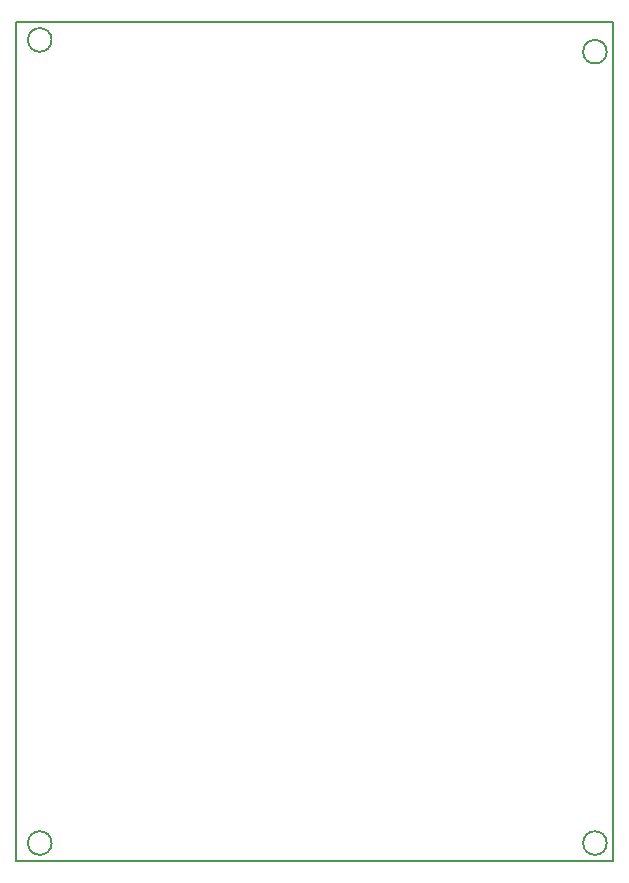
<source format=gbr>
G04 #@! TF.GenerationSoftware,KiCad,Pcbnew,9.0.3*
G04 #@! TF.CreationDate,2025-12-20T12:13:59-05:00*
G04 #@! TF.ProjectId,Experimental,45787065-7269-46d6-956e-74616c2e6b69,rev?*
G04 #@! TF.SameCoordinates,Original*
G04 #@! TF.FileFunction,Profile,NP*
%FSLAX46Y46*%
G04 Gerber Fmt 4.6, Leading zero omitted, Abs format (unit mm)*
G04 Created by KiCad (PCBNEW 9.0.3) date 2025-12-20 12:13:59*
%MOMM*%
%LPD*%
G01*
G04 APERTURE LIST*
G04 #@! TA.AperFunction,Profile*
%ADD10C,0.200000*%
G04 #@! TD*
G04 APERTURE END LIST*
D10*
X100000000Y-50000000D02*
X150500000Y-50000000D01*
X150500000Y-121000000D01*
X100000000Y-121000000D01*
X100000000Y-50000000D01*
X150000000Y-119500000D02*
G75*
G02*
X148000000Y-119500000I-1000000J0D01*
G01*
X148000000Y-119500000D02*
G75*
G02*
X150000000Y-119500000I1000000J0D01*
G01*
X103000000Y-119500000D02*
G75*
G02*
X101000000Y-119500000I-1000000J0D01*
G01*
X101000000Y-119500000D02*
G75*
G02*
X103000000Y-119500000I1000000J0D01*
G01*
X103000000Y-51500000D02*
G75*
G02*
X101000000Y-51500000I-1000000J0D01*
G01*
X101000000Y-51500000D02*
G75*
G02*
X103000000Y-51500000I1000000J0D01*
G01*
X150000000Y-52500000D02*
G75*
G02*
X148000000Y-52500000I-1000000J0D01*
G01*
X148000000Y-52500000D02*
G75*
G02*
X150000000Y-52500000I1000000J0D01*
G01*
M02*

</source>
